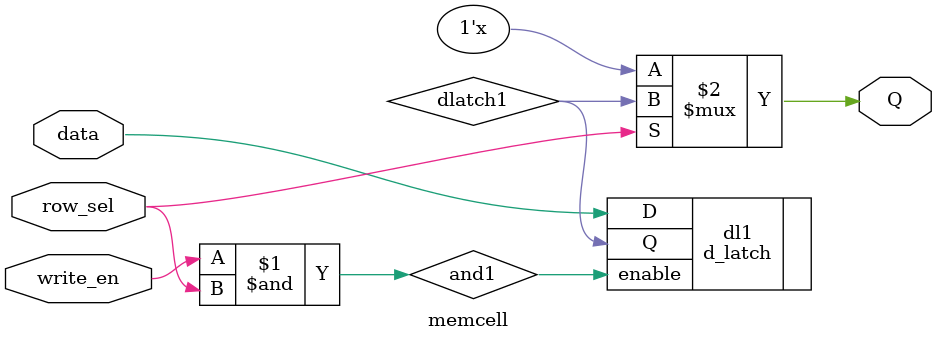
<source format=v>
module memcell(data, write_en, row_sel, Q);
	input data, write_en, row_sel;
	output Q;
	wire and1, dlatch1;
	
	d_latch dl1(	.D(data),
						.enable(and1),
						.Q(dlatch1)
					);
	and a1(and1, write_en, row_sel);
	bufif1 b1(Q, dlatch1, row_sel);
endmodule

//module d_latch(D, enable, Q);
//	input D, enable;
//	output Q;
//	wire nand1, nand2, nand3, not1;
//	
//	nand na1(nand1, D, enable);
//	not n1(not1, D);
//	nand na2(nand2, enable);
//	nand na_Q(Q, nand3, nand1);
//	nand na_Qn(nand3, nand2, Q);
//endmodule

</source>
